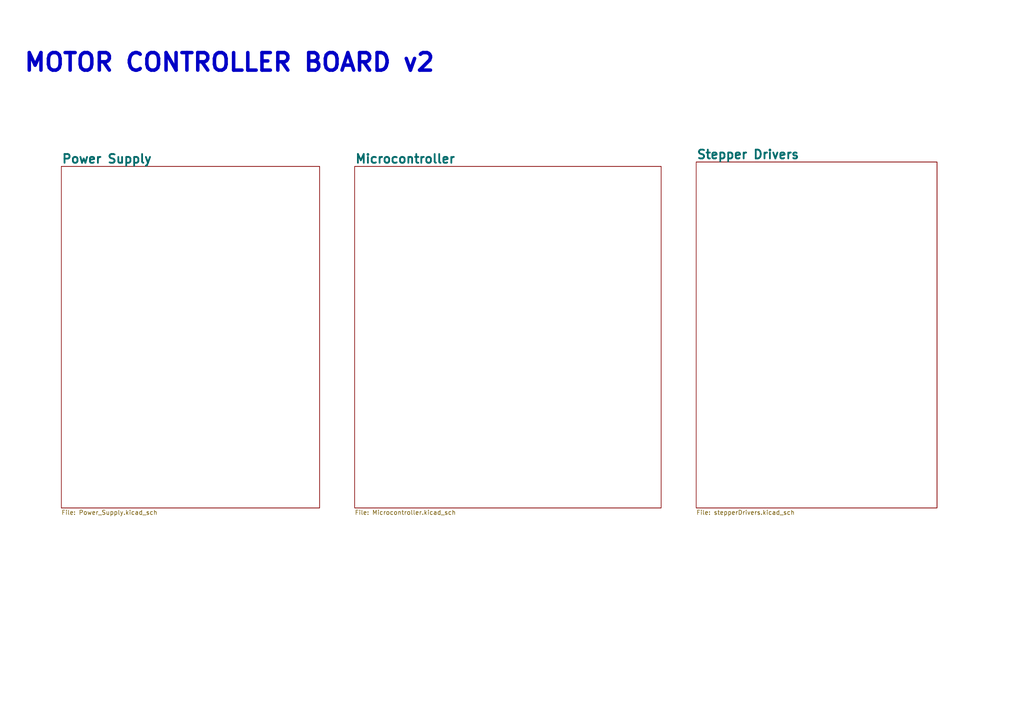
<source format=kicad_sch>
(kicad_sch
	(version 20250114)
	(generator "eeschema")
	(generator_version "9.0")
	(uuid "2f03ad95-f17d-4603-9f9b-c868204db81c")
	(paper "A4")
	(title_block
		(title "Motor Controller Board")
		(date "2025-05-05")
		(rev "v1")
		(company "University of California, Santa Cruz")
	)
	(lib_symbols)
	(text "MOTOR CONTROLLER BOARD v2"
		(exclude_from_sim no)
		(at 66.548 18.288 0)
		(effects
			(font
				(size 5.08 5.08)
				(thickness 1.016)
				(bold yes)
			)
		)
		(uuid "d38e934e-c9ff-40a8-84c6-900a8d009a06")
	)
	(sheet
		(at 17.78 48.26)
		(size 74.93 99.06)
		(exclude_from_sim no)
		(in_bom yes)
		(on_board yes)
		(dnp no)
		(fields_autoplaced yes)
		(stroke
			(width 0.1524)
			(type solid)
		)
		(fill
			(color 0 0 0 0.0000)
		)
		(uuid "1132a342-589f-4523-a20b-cee7da5a1aed")
		(property "Sheetname" "Power Supply"
			(at 17.78 47.5484 0)
			(effects
				(font
					(size 2.54 2.54)
					(thickness 0.508)
					(bold yes)
				)
				(justify left bottom)
			)
		)
		(property "Sheetfile" "Power_Supply.kicad_sch"
			(at 17.78 147.9046 0)
			(effects
				(font
					(size 1.27 1.27)
				)
				(justify left top)
			)
		)
		(instances
			(project "Motor_Controller_Board_v1"
				(path "/2f03ad95-f17d-4603-9f9b-c868204db81c"
					(page "2")
				)
			)
		)
	)
	(sheet
		(at 102.87 48.26)
		(size 88.9 99.06)
		(exclude_from_sim no)
		(in_bom yes)
		(on_board yes)
		(dnp no)
		(fields_autoplaced yes)
		(stroke
			(width 0.1524)
			(type solid)
		)
		(fill
			(color 0 0 0 0.0000)
		)
		(uuid "41c029e7-cf72-41c6-b200-264a704f7fea")
		(property "Sheetname" "Microcontroller"
			(at 102.87 47.5484 0)
			(effects
				(font
					(size 2.54 2.54)
					(thickness 0.508)
					(bold yes)
				)
				(justify left bottom)
			)
		)
		(property "Sheetfile" "Microcontroller.kicad_sch"
			(at 102.87 147.9046 0)
			(effects
				(font
					(size 1.27 1.27)
				)
				(justify left top)
			)
		)
		(instances
			(project "Motor_Controller_Board_v1"
				(path "/2f03ad95-f17d-4603-9f9b-c868204db81c"
					(page "3")
				)
			)
		)
	)
	(sheet
		(at 201.93 46.99)
		(size 69.85 100.33)
		(exclude_from_sim no)
		(in_bom yes)
		(on_board yes)
		(dnp no)
		(fields_autoplaced yes)
		(stroke
			(width 0.1524)
			(type solid)
		)
		(fill
			(color 0 0 0 0.0000)
		)
		(uuid "de697c7d-15b2-499b-acfa-e9ff24654033")
		(property "Sheetname" "Stepper Drivers"
			(at 201.93 46.2784 0)
			(effects
				(font
					(size 2.54 2.54)
					(thickness 0.508)
					(bold yes)
				)
				(justify left bottom)
			)
		)
		(property "Sheetfile" "stepperDrivers.kicad_sch"
			(at 201.93 147.9046 0)
			(effects
				(font
					(size 1.27 1.27)
				)
				(justify left top)
			)
		)
		(instances
			(project "Motor_Controller_Board_v1"
				(path "/2f03ad95-f17d-4603-9f9b-c868204db81c"
					(page "4")
				)
			)
		)
	)
	(sheet_instances
		(path "/"
			(page "1")
		)
	)
	(embedded_fonts no)
)

</source>
